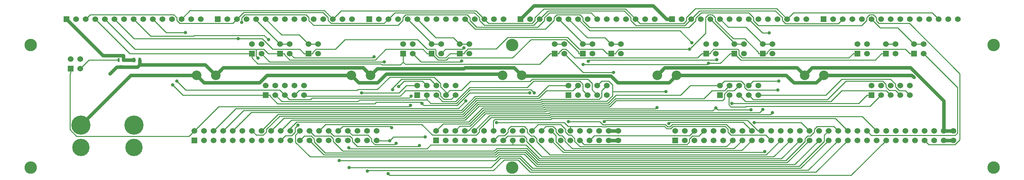
<source format=gtl>
G04 (created by PCBNEW (2013-mar-13)-testing) date Tue 12 Nov 2013 05:44:31 PM PST*
%MOIN*%
G04 Gerber Fmt 3.4, Leading zero omitted, Abs format*
%FSLAX34Y34*%
G01*
G70*
G90*
G04 APERTURE LIST*
%ADD10C,0.005906*%
%ADD11C,0.100000*%
%ADD12R,0.060000X0.060000*%
%ADD13C,0.060000*%
%ADD14C,0.200000*%
%ADD15C,0.181100*%
%ADD16C,0.130000*%
%ADD17R,0.025000X0.045000*%
%ADD18R,0.023600X0.039400*%
%ADD19C,0.035000*%
%ADD20C,0.035000*%
%ADD21C,0.010000*%
G04 APERTURE END LIST*
G54D10*
G54D11*
X34039Y-28740D03*
X36039Y-28740D03*
X50181Y-28740D03*
X52181Y-28740D03*
X65929Y-28740D03*
X67929Y-28740D03*
X82070Y-28740D03*
X84070Y-28740D03*
X97425Y-28740D03*
X99425Y-28740D03*
G54D12*
X39795Y-26484D03*
G54D13*
X39795Y-25484D03*
X40795Y-26484D03*
X40795Y-25484D03*
G54D12*
X55582Y-26484D03*
G54D13*
X55582Y-25484D03*
X56582Y-26484D03*
X56582Y-25484D03*
G54D12*
X71370Y-26484D03*
G54D13*
X71370Y-25484D03*
X72370Y-26484D03*
X72370Y-25484D03*
G54D12*
X87157Y-26484D03*
G54D13*
X87157Y-25484D03*
X88157Y-26484D03*
X88157Y-25484D03*
G54D12*
X102944Y-26484D03*
G54D13*
X102944Y-25484D03*
X103944Y-26484D03*
X103944Y-25484D03*
G54D12*
X42748Y-26484D03*
G54D13*
X42748Y-25484D03*
X43748Y-26484D03*
X43748Y-25484D03*
G54D12*
X58535Y-26484D03*
G54D13*
X58535Y-25484D03*
X59535Y-26484D03*
X59535Y-25484D03*
G54D12*
X74322Y-26484D03*
G54D13*
X74322Y-25484D03*
X75322Y-26484D03*
X75322Y-25484D03*
G54D12*
X90110Y-26484D03*
G54D13*
X90110Y-25484D03*
X91110Y-26484D03*
X91110Y-25484D03*
G54D12*
X105897Y-26484D03*
G54D13*
X105897Y-25484D03*
X106897Y-26484D03*
X106897Y-25484D03*
G54D12*
X45700Y-26484D03*
G54D13*
X45700Y-25484D03*
X46700Y-26484D03*
X46700Y-25484D03*
G54D12*
X61488Y-26484D03*
G54D13*
X61488Y-25484D03*
X62488Y-26484D03*
X62488Y-25484D03*
G54D12*
X77275Y-26484D03*
G54D13*
X77275Y-25484D03*
X78275Y-26484D03*
X78275Y-25484D03*
G54D12*
X93062Y-26484D03*
G54D13*
X93062Y-25484D03*
X94062Y-26484D03*
X94062Y-25484D03*
G54D12*
X108850Y-26484D03*
G54D13*
X108850Y-25484D03*
X109850Y-26484D03*
X109850Y-25484D03*
G54D12*
X33807Y-35539D03*
G54D13*
X33807Y-34539D03*
X38807Y-35539D03*
X34807Y-34539D03*
X39807Y-35539D03*
X35807Y-34539D03*
X40807Y-35539D03*
X36807Y-34539D03*
X41807Y-35539D03*
X37807Y-34539D03*
X42807Y-35539D03*
X38807Y-34539D03*
X43807Y-35539D03*
X39807Y-34539D03*
X44807Y-35539D03*
X40807Y-34539D03*
X45807Y-35539D03*
X41807Y-34539D03*
X46807Y-35539D03*
X42807Y-34539D03*
X47807Y-35539D03*
X43807Y-34539D03*
X48807Y-35539D03*
X44807Y-34539D03*
X45807Y-34539D03*
X49807Y-35539D03*
X46807Y-34539D03*
X48807Y-34539D03*
X49807Y-34539D03*
X50807Y-34539D03*
X51807Y-34539D03*
X50807Y-35539D03*
X51807Y-35539D03*
X34807Y-35539D03*
X35807Y-35539D03*
X36807Y-35539D03*
X37807Y-35539D03*
X52807Y-35539D03*
X52807Y-34539D03*
X47807Y-34539D03*
G54D12*
X83925Y-35539D03*
G54D13*
X83925Y-34539D03*
X88925Y-35539D03*
X84925Y-34539D03*
X89925Y-35539D03*
X85925Y-34539D03*
X90925Y-35539D03*
X86925Y-34539D03*
X91925Y-35539D03*
X87925Y-34539D03*
X92925Y-35539D03*
X88925Y-34539D03*
X93925Y-35539D03*
X89925Y-34539D03*
X94925Y-35539D03*
X90925Y-34539D03*
X95925Y-35539D03*
X91925Y-34539D03*
X96925Y-35539D03*
X92925Y-34539D03*
X97925Y-35539D03*
X93925Y-34539D03*
X98925Y-35539D03*
X94925Y-34539D03*
X95925Y-34539D03*
X99925Y-35539D03*
X96925Y-34539D03*
X98925Y-34539D03*
X99925Y-34539D03*
X100925Y-34539D03*
X101925Y-34539D03*
X100925Y-35539D03*
X101925Y-35539D03*
X84925Y-35539D03*
X85925Y-35539D03*
X86925Y-35539D03*
X87925Y-35539D03*
X102925Y-35539D03*
X102925Y-34539D03*
X97925Y-34539D03*
X103925Y-35539D03*
X103925Y-34539D03*
X104925Y-35539D03*
X104925Y-34539D03*
X105925Y-35539D03*
X105925Y-34539D03*
X106925Y-35539D03*
X106925Y-34539D03*
X107925Y-35539D03*
X107925Y-34539D03*
X108925Y-35539D03*
X108925Y-34539D03*
X109925Y-35539D03*
X109925Y-34539D03*
X110925Y-35539D03*
X110925Y-34539D03*
X111925Y-35539D03*
X111925Y-34539D03*
X112925Y-35539D03*
X112925Y-34539D03*
G54D14*
X21980Y-33937D03*
G54D15*
X21980Y-36299D03*
G54D12*
X20460Y-22874D03*
G54D13*
X21460Y-22874D03*
X22460Y-22874D03*
X23460Y-22874D03*
X24460Y-22874D03*
X25460Y-22874D03*
X26460Y-22874D03*
X27460Y-22874D03*
X28460Y-22874D03*
X29460Y-22874D03*
X30460Y-22874D03*
X31460Y-22874D03*
X32460Y-22874D03*
X33460Y-22874D03*
X34460Y-22874D03*
G54D12*
X36248Y-22874D03*
G54D13*
X37248Y-22874D03*
X38248Y-22874D03*
X39248Y-22874D03*
X40248Y-22874D03*
X41248Y-22874D03*
X42248Y-22874D03*
X43248Y-22874D03*
X44248Y-22874D03*
X45248Y-22874D03*
X46248Y-22874D03*
X47248Y-22874D03*
X48248Y-22874D03*
X49248Y-22874D03*
X50248Y-22874D03*
G54D12*
X52035Y-22874D03*
G54D13*
X53035Y-22874D03*
X54035Y-22874D03*
X55035Y-22874D03*
X56035Y-22874D03*
X57035Y-22874D03*
X58035Y-22874D03*
X59035Y-22874D03*
X60035Y-22874D03*
X61035Y-22874D03*
X62035Y-22874D03*
X63035Y-22874D03*
X64035Y-22874D03*
X65035Y-22874D03*
X66035Y-22874D03*
G54D12*
X67822Y-22874D03*
G54D13*
X68822Y-22874D03*
X69822Y-22874D03*
X70822Y-22874D03*
X71822Y-22874D03*
X72822Y-22874D03*
X73822Y-22874D03*
X74822Y-22874D03*
X75822Y-22874D03*
X76822Y-22874D03*
X77822Y-22874D03*
X78822Y-22874D03*
X79822Y-22874D03*
X80822Y-22874D03*
X81822Y-22874D03*
G54D12*
X83610Y-22874D03*
G54D13*
X84610Y-22874D03*
X85610Y-22874D03*
X86610Y-22874D03*
X87610Y-22874D03*
X88610Y-22874D03*
X89610Y-22874D03*
X90610Y-22874D03*
X91610Y-22874D03*
X92610Y-22874D03*
X93610Y-22874D03*
X94610Y-22874D03*
X95610Y-22874D03*
X96610Y-22874D03*
X97610Y-22874D03*
G54D12*
X99397Y-22874D03*
G54D13*
X100397Y-22874D03*
X101397Y-22874D03*
X102397Y-22874D03*
X103397Y-22874D03*
X104397Y-22874D03*
X105397Y-22874D03*
X106397Y-22874D03*
X107397Y-22874D03*
X108397Y-22874D03*
X109397Y-22874D03*
X110397Y-22874D03*
X111397Y-22874D03*
X112397Y-22874D03*
X113397Y-22874D03*
G54D16*
X117125Y-25590D03*
X16732Y-38385D03*
X117125Y-38385D03*
X66929Y-25590D03*
X66929Y-38385D03*
X16732Y-25590D03*
G54D17*
X27520Y-27140D03*
X28120Y-27140D03*
G54D12*
X20900Y-28059D03*
G54D13*
X20900Y-27059D03*
X21900Y-28059D03*
X21900Y-27059D03*
G54D14*
X27500Y-33937D03*
G54D15*
X27500Y-36299D03*
G54D18*
X25904Y-27146D03*
X26416Y-27146D03*
X26160Y-27894D03*
G54D12*
X41248Y-30814D03*
G54D13*
X41248Y-29814D03*
X42248Y-30814D03*
X42248Y-29814D03*
X43248Y-30814D03*
X43248Y-29814D03*
X44248Y-30814D03*
X44248Y-29814D03*
X45248Y-30814D03*
X45248Y-29814D03*
G54D12*
X57035Y-30814D03*
G54D13*
X57035Y-29814D03*
X58035Y-30814D03*
X58035Y-29814D03*
X59035Y-30814D03*
X59035Y-29814D03*
X60035Y-30814D03*
X60035Y-29814D03*
X61035Y-30814D03*
X61035Y-29814D03*
G54D12*
X72822Y-30814D03*
G54D13*
X72822Y-29814D03*
X73822Y-30814D03*
X73822Y-29814D03*
X74822Y-30814D03*
X74822Y-29814D03*
X75822Y-30814D03*
X75822Y-29814D03*
X76822Y-30814D03*
X76822Y-29814D03*
G54D12*
X88610Y-30814D03*
G54D13*
X88610Y-29814D03*
X89610Y-30814D03*
X89610Y-29814D03*
X90610Y-30814D03*
X90610Y-29814D03*
X91610Y-30814D03*
X91610Y-29814D03*
X92610Y-30814D03*
X92610Y-29814D03*
G54D12*
X104397Y-30814D03*
G54D13*
X104397Y-29814D03*
X105397Y-30814D03*
X105397Y-29814D03*
X106397Y-30814D03*
X106397Y-29814D03*
X107397Y-30814D03*
X107397Y-29814D03*
X108397Y-30814D03*
X108397Y-29814D03*
G54D12*
X59003Y-35539D03*
G54D13*
X59003Y-34539D03*
X64003Y-35539D03*
X60003Y-34539D03*
X65003Y-35539D03*
X61003Y-34539D03*
X66003Y-35539D03*
X62003Y-34539D03*
X67003Y-35539D03*
X63003Y-34539D03*
X68003Y-35539D03*
X64003Y-34539D03*
X69003Y-35539D03*
X65003Y-34539D03*
X70003Y-35539D03*
X66003Y-34539D03*
X71003Y-35539D03*
X67003Y-34539D03*
X72003Y-35539D03*
X68003Y-34539D03*
X73003Y-35539D03*
X69003Y-34539D03*
X74003Y-35539D03*
X70003Y-34539D03*
X71003Y-34539D03*
X75003Y-35539D03*
X72003Y-34539D03*
X74003Y-34539D03*
X75003Y-34539D03*
X76003Y-34539D03*
X77003Y-34539D03*
X76003Y-35539D03*
X77003Y-35539D03*
X60003Y-35539D03*
X61003Y-35539D03*
X62003Y-35539D03*
X63003Y-35539D03*
X78003Y-35539D03*
X78003Y-34539D03*
X73003Y-34539D03*
G54D19*
X53597Y-27338D03*
X61688Y-27259D03*
X77515Y-28459D03*
X88172Y-32135D03*
X91841Y-32336D03*
X57549Y-31699D03*
X31555Y-29747D03*
X68779Y-30568D03*
X89854Y-31678D03*
X51236Y-30579D03*
X54020Y-39024D03*
X85673Y-25339D03*
X94636Y-30283D03*
X41526Y-25021D03*
X69242Y-30568D03*
X55102Y-29923D03*
X72807Y-33595D03*
X92182Y-33689D03*
X57276Y-36068D03*
X56422Y-30908D03*
X31959Y-29349D03*
X48921Y-37655D03*
X54470Y-30240D03*
X38727Y-23233D03*
X74869Y-27269D03*
X88283Y-27113D03*
X93751Y-24320D03*
X54382Y-34201D03*
X44605Y-33938D03*
X32877Y-24293D03*
X49953Y-38368D03*
X57884Y-35187D03*
X54161Y-35597D03*
X82966Y-30439D03*
X83272Y-33792D03*
X94745Y-29359D03*
X54836Y-35838D03*
X65304Y-33680D03*
X51845Y-38760D03*
X62115Y-31421D03*
X76539Y-33592D03*
X85439Y-26034D03*
X38379Y-24909D03*
X49921Y-36327D03*
X93273Y-36728D03*
X94062Y-32666D03*
X40433Y-26939D03*
X87411Y-27491D03*
X74338Y-27604D03*
X52523Y-26810D03*
X61903Y-25899D03*
X93075Y-32318D03*
X56348Y-31883D03*
X82029Y-32127D03*
X25021Y-28582D03*
X108830Y-28967D03*
G54D20*
X27520Y-27140D02*
X27119Y-27140D01*
X78003Y-34539D02*
X77003Y-34539D01*
X27113Y-27145D02*
X27119Y-27140D01*
X26415Y-27145D02*
X27113Y-27145D01*
X24260Y-26673D02*
X20460Y-22874D01*
X26415Y-26673D02*
X24260Y-26673D01*
X26415Y-27145D02*
X26415Y-26673D01*
X34814Y-29515D02*
X34039Y-28740D01*
X40603Y-29515D02*
X34814Y-29515D01*
X41378Y-28740D02*
X40603Y-29515D01*
X50181Y-28740D02*
X41378Y-28740D01*
X83610Y-22874D02*
X83035Y-22874D01*
X69201Y-21495D02*
X67822Y-22874D01*
X81656Y-21495D02*
X69201Y-21495D01*
X83035Y-22874D02*
X81656Y-21495D01*
X111925Y-34539D02*
X112925Y-34539D01*
X50956Y-29515D02*
X50181Y-28740D01*
X52913Y-29515D02*
X50956Y-29515D01*
X53807Y-28621D02*
X52913Y-29515D01*
X65810Y-28621D02*
X53807Y-28621D01*
X65929Y-28740D02*
X65810Y-28621D01*
X96650Y-27965D02*
X97425Y-28740D01*
X82846Y-27965D02*
X96650Y-27965D01*
X82070Y-28740D02*
X82846Y-27965D01*
X111925Y-31423D02*
X111925Y-34539D01*
X108464Y-27962D02*
X111925Y-31423D01*
X98203Y-27962D02*
X108464Y-27962D01*
X97425Y-28740D02*
X98203Y-27962D01*
X27176Y-28740D02*
X21980Y-33937D01*
X34039Y-28740D02*
X27176Y-28740D01*
G54D21*
X27070Y-26484D02*
X39345Y-26484D01*
X23460Y-22874D02*
X27070Y-26484D01*
X39795Y-26484D02*
X39345Y-26484D01*
X39795Y-26484D02*
X39795Y-26934D01*
X55582Y-26484D02*
X55582Y-26934D01*
X102944Y-26484D02*
X102494Y-26484D01*
X102044Y-26934D02*
X102494Y-26484D01*
X90913Y-26934D02*
X102044Y-26934D01*
X90560Y-26581D02*
X90913Y-26934D01*
X90560Y-26111D02*
X90560Y-26581D01*
X90483Y-26034D02*
X90560Y-26111D01*
X87945Y-26034D02*
X90483Y-26034D01*
X87607Y-26371D02*
X87945Y-26034D01*
X87607Y-26484D02*
X87607Y-26371D01*
X87157Y-26484D02*
X87607Y-26484D01*
X87157Y-26484D02*
X86707Y-26484D01*
X86257Y-26934D02*
X86707Y-26484D01*
X73467Y-26934D02*
X86257Y-26934D01*
X72545Y-26012D02*
X73467Y-26934D01*
X72179Y-26012D02*
X72545Y-26012D01*
X71820Y-26371D02*
X72179Y-26012D01*
X71820Y-26484D02*
X71820Y-26371D01*
X71370Y-26484D02*
X71820Y-26484D01*
X71370Y-26484D02*
X70919Y-26484D01*
X55582Y-26934D02*
X55582Y-27372D01*
X40408Y-27547D02*
X39795Y-26934D01*
X53238Y-27547D02*
X40408Y-27547D01*
X53357Y-27666D02*
X53238Y-27547D01*
X55288Y-27666D02*
X53357Y-27666D01*
X55582Y-27372D02*
X55288Y-27666D01*
X69819Y-27584D02*
X70919Y-26484D01*
X55794Y-27584D02*
X69819Y-27584D01*
X55582Y-27372D02*
X55794Y-27584D01*
X65503Y-35039D02*
X65003Y-35539D01*
X66144Y-35039D02*
X65503Y-35039D01*
X66503Y-34680D02*
X66144Y-35039D01*
X66503Y-34389D02*
X66503Y-34680D01*
X66805Y-34088D02*
X66503Y-34389D01*
X68196Y-34088D02*
X66805Y-34088D01*
X68503Y-34395D02*
X68196Y-34088D01*
X68503Y-34701D02*
X68503Y-34395D01*
X68892Y-35089D02*
X68503Y-34701D01*
X69209Y-35089D02*
X68892Y-35089D01*
X69503Y-35383D02*
X69209Y-35089D01*
X69503Y-35678D02*
X69503Y-35383D01*
X70880Y-37054D02*
X69503Y-35678D01*
X93409Y-37054D02*
X70880Y-37054D01*
X94925Y-35539D02*
X93409Y-37054D01*
X41650Y-27338D02*
X53597Y-27338D01*
X40795Y-26484D02*
X41650Y-27338D01*
X57446Y-27347D02*
X56582Y-26484D01*
X61600Y-27347D02*
X57446Y-27347D01*
X61688Y-27259D02*
X61600Y-27347D01*
X85425Y-35039D02*
X85925Y-34539D01*
X75503Y-35039D02*
X85425Y-35039D01*
X75003Y-35539D02*
X75503Y-35039D01*
X74344Y-28459D02*
X72370Y-26484D01*
X77515Y-28459D02*
X74344Y-28459D01*
X71370Y-25484D02*
X72370Y-25484D01*
X61481Y-34061D02*
X61003Y-34539D01*
X62550Y-34061D02*
X61481Y-34061D01*
X64057Y-32555D02*
X62550Y-34061D01*
X70375Y-32555D02*
X64057Y-32555D01*
X70463Y-32466D02*
X70375Y-32555D01*
X87840Y-32466D02*
X70463Y-32466D01*
X88172Y-32135D02*
X87840Y-32466D01*
X88373Y-32336D02*
X91841Y-32336D01*
X88172Y-32135D02*
X88373Y-32336D01*
X64977Y-34513D02*
X65003Y-34539D01*
X64977Y-33532D02*
X64977Y-34513D01*
X65155Y-33355D02*
X64977Y-33532D01*
X70989Y-33355D02*
X65155Y-33355D01*
X71078Y-33267D02*
X70989Y-33355D01*
X100653Y-33267D02*
X71078Y-33267D01*
X101925Y-34539D02*
X100653Y-33267D01*
X32622Y-30814D02*
X41248Y-30814D01*
X31555Y-29747D02*
X32622Y-30814D01*
X41248Y-30814D02*
X41698Y-30814D01*
X57397Y-31547D02*
X57549Y-31699D01*
X52778Y-31547D02*
X57397Y-31547D01*
X52620Y-31705D02*
X52778Y-31547D01*
X42476Y-31705D02*
X52620Y-31705D01*
X41698Y-30927D02*
X42476Y-31705D01*
X41698Y-30814D02*
X41698Y-30927D01*
X62508Y-30568D02*
X68779Y-30568D01*
X61208Y-31868D02*
X62508Y-30568D01*
X57718Y-31868D02*
X61208Y-31868D01*
X57549Y-31699D02*
X57718Y-31868D01*
X89272Y-36192D02*
X89925Y-35539D01*
X74009Y-36192D02*
X89272Y-36192D01*
X73454Y-35637D02*
X74009Y-36192D01*
X73454Y-35352D02*
X73454Y-35637D01*
X73090Y-34989D02*
X73454Y-35352D01*
X72817Y-34989D02*
X73090Y-34989D01*
X72503Y-34675D02*
X72817Y-34989D01*
X72503Y-34394D02*
X72503Y-34675D01*
X71997Y-33887D02*
X72503Y-34394D01*
X69655Y-33887D02*
X71997Y-33887D01*
X69003Y-34539D02*
X69655Y-33887D01*
X104397Y-30814D02*
X103947Y-30814D01*
X103083Y-31678D02*
X89854Y-31678D01*
X103947Y-30814D02*
X103083Y-31678D01*
X95609Y-37855D02*
X97925Y-35539D01*
X69653Y-37855D02*
X95609Y-37855D01*
X68382Y-36584D02*
X69653Y-37855D01*
X65406Y-36584D02*
X68382Y-36584D01*
X65137Y-36853D02*
X65406Y-36584D01*
X47448Y-36853D02*
X65137Y-36853D01*
X46307Y-35712D02*
X47448Y-36853D01*
X46307Y-35402D02*
X46307Y-35712D01*
X45993Y-35089D02*
X46307Y-35402D01*
X45257Y-35089D02*
X45993Y-35089D01*
X44807Y-35539D02*
X45257Y-35089D01*
X102278Y-39186D02*
X105925Y-35539D01*
X54182Y-39186D02*
X102278Y-39186D01*
X54020Y-39024D02*
X54182Y-39186D01*
X55148Y-30579D02*
X51236Y-30579D01*
X55913Y-29814D02*
X55148Y-30579D01*
X57035Y-29814D02*
X55913Y-29814D01*
X84429Y-24095D02*
X85673Y-25339D01*
X75044Y-24095D02*
X84429Y-24095D01*
X73822Y-22874D02*
X75044Y-24095D01*
X38934Y-32412D02*
X36807Y-34539D01*
X61625Y-32412D02*
X38934Y-32412D01*
X63084Y-30954D02*
X61625Y-32412D01*
X69612Y-30954D02*
X63084Y-30954D01*
X70751Y-29814D02*
X69612Y-30954D01*
X72822Y-29814D02*
X70751Y-29814D01*
X91434Y-30283D02*
X94636Y-30283D01*
X91160Y-30009D02*
X91434Y-30283D01*
X91160Y-29703D02*
X91160Y-30009D01*
X90808Y-29351D02*
X91160Y-29703D01*
X89074Y-29351D02*
X90808Y-29351D01*
X88610Y-29814D02*
X89074Y-29351D01*
X43133Y-33212D02*
X41807Y-34539D01*
X61957Y-33212D02*
X43133Y-33212D01*
X63415Y-31754D02*
X61957Y-33212D01*
X70044Y-31754D02*
X63415Y-31754D01*
X70132Y-31666D02*
X70044Y-31754D01*
X76932Y-31666D02*
X70132Y-31666D01*
X77781Y-30816D02*
X76932Y-31666D01*
X84493Y-30816D02*
X77781Y-30816D01*
X85495Y-29814D02*
X84493Y-30816D01*
X88610Y-29814D02*
X85495Y-29814D01*
X47476Y-33869D02*
X46807Y-34539D01*
X57507Y-33869D02*
X47476Y-33869D01*
X58637Y-35000D02*
X57507Y-33869D01*
X63204Y-35000D02*
X58637Y-35000D01*
X63503Y-34700D02*
X63204Y-35000D01*
X63503Y-34383D02*
X63503Y-34700D01*
X64732Y-33155D02*
X63503Y-34383D01*
X70907Y-33155D02*
X64732Y-33155D01*
X70995Y-33067D02*
X70907Y-33155D01*
X103453Y-33067D02*
X70995Y-33067D01*
X104925Y-34539D02*
X103453Y-33067D01*
X58035Y-30814D02*
X58035Y-31266D01*
X41077Y-24572D02*
X41526Y-25021D01*
X33813Y-24572D02*
X41077Y-24572D01*
X33738Y-24647D02*
X33813Y-24572D01*
X29233Y-24647D02*
X33738Y-24647D01*
X27460Y-22874D02*
X29233Y-24647D01*
X57996Y-31305D02*
X58035Y-31266D01*
X51046Y-31305D02*
X57996Y-31305D01*
X50856Y-31495D02*
X51046Y-31305D01*
X42928Y-31495D02*
X50856Y-31495D01*
X42248Y-30814D02*
X42928Y-31495D01*
X68917Y-30243D02*
X69242Y-30568D01*
X62550Y-30243D02*
X68917Y-30243D01*
X61126Y-31668D02*
X62550Y-30243D01*
X58437Y-31668D02*
X61126Y-31668D01*
X58035Y-31266D02*
X58437Y-31668D01*
X70455Y-34087D02*
X70003Y-34539D01*
X71196Y-34087D02*
X70455Y-34087D01*
X71503Y-34394D02*
X71196Y-34087D01*
X71503Y-34680D02*
X71503Y-34394D01*
X71863Y-35039D02*
X71503Y-34680D01*
X72140Y-35039D02*
X71863Y-35039D01*
X72454Y-35352D02*
X72140Y-35039D01*
X72454Y-35638D02*
X72454Y-35352D01*
X73209Y-36393D02*
X72454Y-35638D01*
X90071Y-36393D02*
X73209Y-36393D01*
X90925Y-35539D02*
X90071Y-36393D01*
X104243Y-31969D02*
X105397Y-30814D01*
X91332Y-31969D02*
X104243Y-31969D01*
X91266Y-32035D02*
X91332Y-31969D01*
X89740Y-32035D02*
X91266Y-32035D01*
X89526Y-31821D02*
X89740Y-32035D01*
X89526Y-30898D02*
X89526Y-31821D01*
X89610Y-30814D02*
X89526Y-30898D01*
X96409Y-38055D02*
X98925Y-35539D01*
X69570Y-38055D02*
X96409Y-38055D01*
X68299Y-36784D02*
X69570Y-38055D01*
X65488Y-36784D02*
X68299Y-36784D01*
X65220Y-37053D02*
X65488Y-36784D01*
X47320Y-37053D02*
X65220Y-37053D01*
X45807Y-35539D02*
X47320Y-37053D01*
X57567Y-29347D02*
X58035Y-29814D01*
X55678Y-29347D02*
X57567Y-29347D01*
X55102Y-29923D02*
X55678Y-29347D01*
X89273Y-33887D02*
X89925Y-34539D01*
X83637Y-33887D02*
X89273Y-33887D01*
X83407Y-34117D02*
X83637Y-33887D01*
X83137Y-34117D02*
X83407Y-34117D01*
X82907Y-33887D02*
X83137Y-34117D01*
X76703Y-33887D02*
X82907Y-33887D01*
X76673Y-33917D02*
X76703Y-33887D01*
X76404Y-33917D02*
X76673Y-33917D01*
X76082Y-33595D02*
X76404Y-33917D01*
X72807Y-33595D02*
X76082Y-33595D01*
X39734Y-32612D02*
X37807Y-34539D01*
X61708Y-32612D02*
X39734Y-32612D01*
X63166Y-31154D02*
X61708Y-32612D01*
X69712Y-31154D02*
X63166Y-31154D01*
X70501Y-30364D02*
X69712Y-31154D01*
X73272Y-30364D02*
X70501Y-30364D01*
X73822Y-29814D02*
X73272Y-30364D01*
X97075Y-33689D02*
X92182Y-33689D01*
X97925Y-34539D02*
X97075Y-33689D01*
X43933Y-33412D02*
X42807Y-34539D01*
X62040Y-33412D02*
X43933Y-33412D01*
X63498Y-31954D02*
X62040Y-33412D01*
X70126Y-31954D02*
X63498Y-31954D01*
X70215Y-31866D02*
X70126Y-31954D01*
X77021Y-31866D02*
X70215Y-31866D01*
X77701Y-31186D02*
X77021Y-31866D01*
X86938Y-31186D02*
X77701Y-31186D01*
X87759Y-30364D02*
X86938Y-31186D01*
X89060Y-30364D02*
X87759Y-30364D01*
X89610Y-29814D02*
X89060Y-30364D01*
X57145Y-36199D02*
X57276Y-36068D01*
X50818Y-36199D02*
X57145Y-36199D01*
X50257Y-35638D02*
X50818Y-36199D01*
X50257Y-35352D02*
X50257Y-35638D01*
X49993Y-35089D02*
X50257Y-35352D01*
X48356Y-35089D02*
X49993Y-35089D01*
X47807Y-34539D02*
X48356Y-35089D01*
X90871Y-36593D02*
X91925Y-35539D01*
X72417Y-36593D02*
X90871Y-36593D01*
X71503Y-35680D02*
X72417Y-36593D01*
X71503Y-35039D02*
X71503Y-35680D01*
X71003Y-34539D02*
X71503Y-35039D01*
X74318Y-30310D02*
X74822Y-30814D01*
X74318Y-29669D02*
X74318Y-30310D01*
X74011Y-29362D02*
X74318Y-29669D01*
X69174Y-29362D02*
X74011Y-29362D01*
X68519Y-30018D02*
X69174Y-29362D01*
X62493Y-30018D02*
X68519Y-30018D01*
X61043Y-31468D02*
X62493Y-30018D01*
X59688Y-31468D02*
X61043Y-31468D01*
X59035Y-30814D02*
X59688Y-31468D01*
X43718Y-31285D02*
X43248Y-30814D01*
X45900Y-31285D02*
X43718Y-31285D01*
X46081Y-31105D02*
X45900Y-31285D01*
X56225Y-31105D02*
X46081Y-31105D01*
X56422Y-30908D02*
X56225Y-31105D01*
X32897Y-30287D02*
X31959Y-29349D01*
X42720Y-30287D02*
X32897Y-30287D01*
X43248Y-30814D02*
X42720Y-30287D01*
X91273Y-31478D02*
X90610Y-30814D01*
X100174Y-31478D02*
X91273Y-31478D01*
X101292Y-30359D02*
X100174Y-31478D01*
X105942Y-30359D02*
X101292Y-30359D01*
X106397Y-30814D02*
X105942Y-30359D01*
X97008Y-38455D02*
X99925Y-35539D01*
X69066Y-38455D02*
X97008Y-38455D01*
X67795Y-37184D02*
X69066Y-38455D01*
X65654Y-37184D02*
X67795Y-37184D01*
X65184Y-37655D02*
X65654Y-37184D01*
X48921Y-37655D02*
X65184Y-37655D01*
X54470Y-30092D02*
X54470Y-30240D01*
X55415Y-29147D02*
X54470Y-30092D01*
X58367Y-29147D02*
X55415Y-29147D01*
X59035Y-29814D02*
X58367Y-29147D01*
X75170Y-22221D02*
X75822Y-22874D01*
X70834Y-22221D02*
X75170Y-22221D01*
X70322Y-22733D02*
X70834Y-22221D01*
X70322Y-23022D02*
X70322Y-22733D01*
X69618Y-23725D02*
X70322Y-23022D01*
X63246Y-23725D02*
X69618Y-23725D01*
X62535Y-23014D02*
X63246Y-23725D01*
X62535Y-22719D02*
X62535Y-23014D01*
X62227Y-22410D02*
X62535Y-22719D01*
X55845Y-22410D02*
X62227Y-22410D01*
X55535Y-22721D02*
X55845Y-22410D01*
X55535Y-23022D02*
X55535Y-22721D01*
X55023Y-23534D02*
X55535Y-23022D01*
X46247Y-23534D02*
X55023Y-23534D01*
X45748Y-23035D02*
X46247Y-23534D01*
X45748Y-22729D02*
X45748Y-23035D01*
X45429Y-22411D02*
X45748Y-22729D01*
X39070Y-22411D02*
X45429Y-22411D01*
X38727Y-22754D02*
X39070Y-22411D01*
X38727Y-23233D02*
X38727Y-22754D01*
X74971Y-27166D02*
X74869Y-27269D01*
X88230Y-27166D02*
X74971Y-27166D01*
X88283Y-27113D02*
X88230Y-27166D01*
X93056Y-24320D02*
X93751Y-24320D01*
X91610Y-22874D02*
X93056Y-24320D01*
X43807Y-34276D02*
X43807Y-34539D01*
X44470Y-33612D02*
X43807Y-34276D01*
X62406Y-33612D02*
X44470Y-33612D01*
X63864Y-32154D02*
X62406Y-33612D01*
X70209Y-32154D02*
X63864Y-32154D01*
X70297Y-32066D02*
X70209Y-32154D01*
X77104Y-32066D02*
X70297Y-32066D01*
X77784Y-31386D02*
X77104Y-32066D01*
X88870Y-31386D02*
X77784Y-31386D01*
X89060Y-31196D02*
X88870Y-31386D01*
X89060Y-30713D02*
X89060Y-31196D01*
X89409Y-30364D02*
X89060Y-30713D01*
X90060Y-30364D02*
X89409Y-30364D01*
X90610Y-29814D02*
X90060Y-30364D01*
X54269Y-34088D02*
X54382Y-34201D01*
X49258Y-34088D02*
X54269Y-34088D01*
X48807Y-34539D02*
X49258Y-34088D01*
X60035Y-30733D02*
X60035Y-30814D01*
X60157Y-30610D02*
X60035Y-30733D01*
X43307Y-35039D02*
X42807Y-35539D01*
X43948Y-35039D02*
X43307Y-35039D01*
X44307Y-34680D02*
X43948Y-35039D01*
X44307Y-34235D02*
X44307Y-34680D01*
X44605Y-33938D02*
X44307Y-34235D01*
X44748Y-30314D02*
X44248Y-30814D01*
X50770Y-30314D02*
X44748Y-30314D01*
X50861Y-30223D02*
X50770Y-30314D01*
X52881Y-30223D02*
X50861Y-30223D01*
X54158Y-28947D02*
X52881Y-30223D01*
X58809Y-28947D02*
X54158Y-28947D01*
X59487Y-29624D02*
X58809Y-28947D01*
X59487Y-29939D02*
X59487Y-29624D01*
X60157Y-30610D02*
X59487Y-29939D01*
X60453Y-30314D02*
X60157Y-30610D01*
X61642Y-30314D02*
X60453Y-30314D01*
X62567Y-29390D02*
X61642Y-30314D01*
X68806Y-29390D02*
X62567Y-29390D01*
X69034Y-29162D02*
X68806Y-29390D01*
X74838Y-29162D02*
X69034Y-29162D01*
X75272Y-29597D02*
X74838Y-29162D01*
X75272Y-30265D02*
X75272Y-29597D01*
X75822Y-30814D02*
X75272Y-30265D01*
X30880Y-24293D02*
X29460Y-22874D01*
X32877Y-24293D02*
X30880Y-24293D01*
X92073Y-31278D02*
X91610Y-30814D01*
X99808Y-31278D02*
X92073Y-31278D01*
X101734Y-29352D02*
X99808Y-31278D01*
X105572Y-29352D02*
X101734Y-29352D01*
X105897Y-29677D02*
X105572Y-29352D01*
X105897Y-29955D02*
X105897Y-29677D01*
X106256Y-30314D02*
X105897Y-29955D01*
X106897Y-30314D02*
X106256Y-30314D01*
X107397Y-30814D02*
X106897Y-30314D01*
X97808Y-38655D02*
X100925Y-35539D01*
X68983Y-38655D02*
X97808Y-38655D01*
X67712Y-37384D02*
X68983Y-38655D01*
X65737Y-37384D02*
X67712Y-37384D01*
X64754Y-38368D02*
X65737Y-37384D01*
X49953Y-38368D02*
X64754Y-38368D01*
X54571Y-35187D02*
X54161Y-35597D01*
X57884Y-35187D02*
X54571Y-35187D01*
X52865Y-35597D02*
X52807Y-35539D01*
X54161Y-35597D02*
X52865Y-35597D01*
X77404Y-30439D02*
X82966Y-30439D01*
X77404Y-29748D02*
X77404Y-30439D01*
X77013Y-29357D02*
X77404Y-29748D01*
X76280Y-29357D02*
X77013Y-29357D01*
X75822Y-29814D02*
X76280Y-29357D01*
X91053Y-33667D02*
X91925Y-34539D01*
X83397Y-33667D02*
X91053Y-33667D01*
X83272Y-33792D02*
X83397Y-33667D01*
X40261Y-34993D02*
X39807Y-34539D01*
X40989Y-34993D02*
X40261Y-34993D01*
X41307Y-34675D02*
X40989Y-34993D01*
X41307Y-34398D02*
X41307Y-34675D01*
X42692Y-33012D02*
X41307Y-34398D01*
X61874Y-33012D02*
X42692Y-33012D01*
X63332Y-31554D02*
X61874Y-33012D01*
X69961Y-31554D02*
X63332Y-31554D01*
X70049Y-31466D02*
X69961Y-31554D01*
X76808Y-31466D02*
X70049Y-31466D01*
X77404Y-30869D02*
X76808Y-31466D01*
X77404Y-30439D02*
X77404Y-30869D01*
X92065Y-29359D02*
X94745Y-29359D01*
X91610Y-29814D02*
X92065Y-29359D01*
X99475Y-34989D02*
X99925Y-34539D01*
X99475Y-35652D02*
X99475Y-34989D01*
X96871Y-38255D02*
X99475Y-35652D01*
X69487Y-38255D02*
X96871Y-38255D01*
X68216Y-36984D02*
X69487Y-38255D01*
X65571Y-36984D02*
X68216Y-36984D01*
X65289Y-37267D02*
X65571Y-36984D01*
X45878Y-37267D02*
X65289Y-37267D01*
X44353Y-35742D02*
X45878Y-37267D01*
X44353Y-34992D02*
X44353Y-35742D01*
X44807Y-34539D02*
X44353Y-34992D01*
X54677Y-35997D02*
X54836Y-35838D01*
X52628Y-35997D02*
X54677Y-35997D01*
X52282Y-35651D02*
X52628Y-35997D01*
X52282Y-35371D02*
X52282Y-35651D01*
X51900Y-34989D02*
X52282Y-35371D01*
X50257Y-34989D02*
X51900Y-34989D01*
X49807Y-34539D02*
X50257Y-34989D01*
X45337Y-30904D02*
X45248Y-30814D01*
X55273Y-30904D02*
X45337Y-30904D01*
X55813Y-30364D02*
X55273Y-30904D01*
X59239Y-30364D02*
X55813Y-30364D01*
X59485Y-30610D02*
X59239Y-30364D01*
X59485Y-30906D02*
X59485Y-30610D01*
X59844Y-31265D02*
X59485Y-30906D01*
X60585Y-31265D02*
X59844Y-31265D01*
X61035Y-30814D02*
X60585Y-31265D01*
X99641Y-30814D02*
X92610Y-30814D01*
X101304Y-29152D02*
X99641Y-30814D01*
X106385Y-29152D02*
X101304Y-29152D01*
X106897Y-29664D02*
X106385Y-29152D01*
X106897Y-29956D02*
X106897Y-29664D01*
X107306Y-30364D02*
X106897Y-29956D01*
X107947Y-30364D02*
X107306Y-30364D01*
X108397Y-30814D02*
X107947Y-30364D01*
X72359Y-33680D02*
X65304Y-33680D01*
X72767Y-34087D02*
X72359Y-33680D01*
X73003Y-34087D02*
X72767Y-34087D01*
X73003Y-34539D02*
X73003Y-34087D01*
X93375Y-34989D02*
X93925Y-35539D01*
X89738Y-34989D02*
X93375Y-34989D01*
X89425Y-34675D02*
X89738Y-34989D01*
X89425Y-34366D02*
X89425Y-34675D01*
X89146Y-34087D02*
X89425Y-34366D01*
X83719Y-34087D02*
X89146Y-34087D01*
X83489Y-34317D02*
X83719Y-34087D01*
X83054Y-34317D02*
X83489Y-34317D01*
X82824Y-34087D02*
X83054Y-34317D01*
X76786Y-34087D02*
X82824Y-34087D01*
X76756Y-34117D02*
X76786Y-34087D01*
X76321Y-34117D02*
X76756Y-34117D01*
X76291Y-34087D02*
X76321Y-34117D01*
X73003Y-34087D02*
X76291Y-34087D01*
X51907Y-38699D02*
X51845Y-38760D01*
X64989Y-38699D02*
X51907Y-38699D01*
X66103Y-37584D02*
X64989Y-38699D01*
X67529Y-37584D02*
X66103Y-37584D01*
X68805Y-38861D02*
X67529Y-37584D01*
X98603Y-38861D02*
X68805Y-38861D01*
X101925Y-35539D02*
X98603Y-38861D01*
X110378Y-35993D02*
X109925Y-35539D01*
X113118Y-35993D02*
X110378Y-35993D01*
X113615Y-35495D02*
X113118Y-35993D01*
X113615Y-28574D02*
X113615Y-35495D01*
X108366Y-23324D02*
X113615Y-28574D01*
X105170Y-23324D02*
X108366Y-23324D01*
X104897Y-23050D02*
X105170Y-23324D01*
X104897Y-22706D02*
X104897Y-23050D01*
X104608Y-22416D02*
X104897Y-22706D01*
X104199Y-22416D02*
X104608Y-22416D01*
X103897Y-22718D02*
X104199Y-22416D01*
X103897Y-23020D02*
X103897Y-22718D01*
X103376Y-23541D02*
X103897Y-23020D01*
X92608Y-23541D02*
X103376Y-23541D01*
X92110Y-23043D02*
X92608Y-23541D01*
X92110Y-22709D02*
X92110Y-23043D01*
X91606Y-22205D02*
X92110Y-22709D01*
X86642Y-22205D02*
X91606Y-22205D01*
X86060Y-22787D02*
X86642Y-22205D01*
X86060Y-23060D02*
X86060Y-22787D01*
X85383Y-23737D02*
X86060Y-23060D01*
X75014Y-23737D02*
X85383Y-23737D01*
X74322Y-23045D02*
X75014Y-23737D01*
X74322Y-22726D02*
X74322Y-23045D01*
X74018Y-22422D02*
X74322Y-22726D01*
X71619Y-22422D02*
X74018Y-22422D01*
X71322Y-22718D02*
X71619Y-22422D01*
X71322Y-23013D02*
X71322Y-22718D01*
X70408Y-23928D02*
X71322Y-23013D01*
X63089Y-23928D02*
X70408Y-23928D01*
X62035Y-22874D02*
X63089Y-23928D01*
X38134Y-32212D02*
X35807Y-34539D01*
X61324Y-32212D02*
X38134Y-32212D01*
X62115Y-31421D02*
X61324Y-32212D01*
X92561Y-34539D02*
X92925Y-34539D01*
X91489Y-33467D02*
X92561Y-34539D01*
X76664Y-33467D02*
X91489Y-33467D01*
X76539Y-33592D02*
X76664Y-33467D01*
X42533Y-32812D02*
X40807Y-34539D01*
X61791Y-32812D02*
X42533Y-32812D01*
X63249Y-31354D02*
X61791Y-32812D01*
X69878Y-31354D02*
X63249Y-31354D01*
X69966Y-31266D02*
X69878Y-31354D01*
X76011Y-31266D02*
X69966Y-31266D01*
X76285Y-30992D02*
X76011Y-31266D01*
X76285Y-30352D02*
X76285Y-30992D01*
X76822Y-29814D02*
X76285Y-30352D01*
X100457Y-34071D02*
X100925Y-34539D01*
X98753Y-34071D02*
X100457Y-34071D01*
X98425Y-34400D02*
X98753Y-34071D01*
X98425Y-34696D02*
X98425Y-34400D01*
X98044Y-35077D02*
X98425Y-34696D01*
X97743Y-35077D02*
X98044Y-35077D01*
X97475Y-35346D02*
X97743Y-35077D01*
X97475Y-35654D02*
X97475Y-35346D01*
X95473Y-37655D02*
X97475Y-35654D01*
X69736Y-37655D02*
X95473Y-37655D01*
X68465Y-36384D02*
X69736Y-37655D01*
X65323Y-36384D02*
X68465Y-36384D01*
X65054Y-36652D02*
X65323Y-36384D01*
X49271Y-36652D02*
X65054Y-36652D01*
X48257Y-35639D02*
X49271Y-36652D01*
X48257Y-35352D02*
X48257Y-35639D01*
X47993Y-35089D02*
X48257Y-35352D01*
X46356Y-35089D02*
X47993Y-35089D01*
X45807Y-34539D02*
X46356Y-35089D01*
X93513Y-26371D02*
X93513Y-26484D01*
X93850Y-26034D02*
X93513Y-26371D01*
X107950Y-26034D02*
X93850Y-26034D01*
X108400Y-26484D02*
X107950Y-26034D01*
X108850Y-26484D02*
X108400Y-26484D01*
X93062Y-26484D02*
X93513Y-26484D01*
X45475Y-26484D02*
X45250Y-26484D01*
X93062Y-26484D02*
X92612Y-26484D01*
X45700Y-26484D02*
X45475Y-26484D01*
X45700Y-26484D02*
X46150Y-26484D01*
X61474Y-26484D02*
X61038Y-26484D01*
X77275Y-26484D02*
X77725Y-26484D01*
X92612Y-26343D02*
X92612Y-26484D01*
X91195Y-24926D02*
X92612Y-26343D01*
X89990Y-24926D02*
X91195Y-24926D01*
X88110Y-23045D02*
X89990Y-24926D01*
X88110Y-22727D02*
X88110Y-23045D01*
X87806Y-22423D02*
X88110Y-22727D01*
X87417Y-22423D02*
X87806Y-22423D01*
X87110Y-22731D02*
X87417Y-22423D01*
X87110Y-24362D02*
X87110Y-22731D01*
X85439Y-26034D02*
X87110Y-24362D01*
X85439Y-26034D02*
X85439Y-26034D01*
X78063Y-26034D02*
X85439Y-26034D01*
X77725Y-26371D02*
X78063Y-26034D01*
X77725Y-26484D02*
X77725Y-26371D01*
X44800Y-26034D02*
X45250Y-26484D01*
X41984Y-26034D02*
X44800Y-26034D01*
X40859Y-24909D02*
X41984Y-26034D01*
X38379Y-24909D02*
X40859Y-24909D01*
X27495Y-24909D02*
X38379Y-24909D01*
X25460Y-22874D02*
X27495Y-24909D01*
X46150Y-26371D02*
X46150Y-26484D01*
X46488Y-26034D02*
X46150Y-26371D01*
X48510Y-26034D02*
X46488Y-26034D01*
X49512Y-25032D02*
X48510Y-26034D01*
X57066Y-25032D02*
X49512Y-25032D01*
X58068Y-26034D02*
X57066Y-25032D01*
X58908Y-26034D02*
X58068Y-26034D01*
X58985Y-26111D02*
X58908Y-26034D01*
X58985Y-26601D02*
X58985Y-26111D01*
X59318Y-26934D02*
X58985Y-26601D01*
X60019Y-26934D02*
X59318Y-26934D01*
X60469Y-26484D02*
X60019Y-26934D01*
X61038Y-26484D02*
X60469Y-26484D01*
X61474Y-26484D02*
X61488Y-26484D01*
X76375Y-26034D02*
X76825Y-26484D01*
X73954Y-26034D02*
X76375Y-26034D01*
X72709Y-24789D02*
X73954Y-26034D01*
X66457Y-24789D02*
X72709Y-24789D01*
X65263Y-25984D02*
X66457Y-24789D01*
X62348Y-25984D02*
X65263Y-25984D01*
X61938Y-26394D02*
X62348Y-25984D01*
X61938Y-26484D02*
X61938Y-26394D01*
X61488Y-26484D02*
X61938Y-26484D01*
X77275Y-26484D02*
X76825Y-26484D01*
X68389Y-36025D02*
X67003Y-36025D01*
X69818Y-37455D02*
X68389Y-36025D01*
X95009Y-37455D02*
X69818Y-37455D01*
X96925Y-35539D02*
X95009Y-37455D01*
X67003Y-36025D02*
X67003Y-35539D01*
X50008Y-36414D02*
X49921Y-36327D01*
X58060Y-36414D02*
X50008Y-36414D01*
X58449Y-36025D02*
X58060Y-36414D01*
X67003Y-36025D02*
X58449Y-36025D01*
X46700Y-25484D02*
X45700Y-25484D01*
X42903Y-24529D02*
X41248Y-22874D01*
X44745Y-24529D02*
X42903Y-24529D01*
X45700Y-25484D02*
X44745Y-24529D01*
X93208Y-36793D02*
X93273Y-36728D01*
X72258Y-36793D02*
X93208Y-36793D01*
X71003Y-35539D02*
X72258Y-36793D01*
X62488Y-25484D02*
X61488Y-25484D01*
X60806Y-24802D02*
X61488Y-25484D01*
X58964Y-24802D02*
X60806Y-24802D01*
X57035Y-22874D02*
X58964Y-24802D01*
X78275Y-25484D02*
X77275Y-25484D01*
X76609Y-24818D02*
X77275Y-25484D01*
X74766Y-24818D02*
X76609Y-24818D01*
X72822Y-22874D02*
X74766Y-24818D01*
X64588Y-32955D02*
X63003Y-34539D01*
X70824Y-32955D02*
X64588Y-32955D01*
X70912Y-32867D02*
X70824Y-32955D01*
X93862Y-32867D02*
X70912Y-32867D01*
X94062Y-32666D02*
X93862Y-32867D01*
X94062Y-25484D02*
X93062Y-25484D01*
X91303Y-23724D02*
X93062Y-25484D01*
X89460Y-23724D02*
X91303Y-23724D01*
X88610Y-22874D02*
X89460Y-23724D01*
X104388Y-35003D02*
X103925Y-34539D01*
X113126Y-35003D02*
X104388Y-35003D01*
X113389Y-34740D02*
X113126Y-35003D01*
X113389Y-30023D02*
X113389Y-34740D01*
X109850Y-26484D02*
X113389Y-30023D01*
X109850Y-25484D02*
X108850Y-25484D01*
X107136Y-23770D02*
X108850Y-25484D01*
X105293Y-23770D02*
X107136Y-23770D01*
X104397Y-22874D02*
X105293Y-23770D01*
X40245Y-26751D02*
X40433Y-26939D01*
X40245Y-26111D02*
X40245Y-26751D01*
X27620Y-26034D02*
X24460Y-22874D01*
X40168Y-26034D02*
X27620Y-26034D01*
X40245Y-26111D02*
X40168Y-26034D01*
X41495Y-26484D02*
X42748Y-26484D01*
X41041Y-26030D02*
X41495Y-26484D01*
X40326Y-26030D02*
X41041Y-26030D01*
X40245Y-26111D02*
X40326Y-26030D01*
X57635Y-26034D02*
X58085Y-26484D01*
X53760Y-26034D02*
X57635Y-26034D01*
X52658Y-27136D02*
X53760Y-26034D01*
X43738Y-27136D02*
X52658Y-27136D01*
X43198Y-26596D02*
X43738Y-27136D01*
X43198Y-26484D02*
X43198Y-26596D01*
X42748Y-26484D02*
X43198Y-26484D01*
X58310Y-26484D02*
X58085Y-26484D01*
X90762Y-27136D02*
X90110Y-26484D01*
X104795Y-27136D02*
X90762Y-27136D01*
X105447Y-26484D02*
X104795Y-27136D01*
X105897Y-26484D02*
X105447Y-26484D01*
X90110Y-26484D02*
X89660Y-26484D01*
X88652Y-27491D02*
X87411Y-27491D01*
X89660Y-26484D02*
X88652Y-27491D01*
X87298Y-27604D02*
X74338Y-27604D01*
X87411Y-27491D02*
X87298Y-27604D01*
X74322Y-26484D02*
X73872Y-26484D01*
X58535Y-26484D02*
X58310Y-26484D01*
X59197Y-27146D02*
X58535Y-26484D01*
X60089Y-27146D02*
X59197Y-27146D01*
X60301Y-26934D02*
X60089Y-27146D01*
X66985Y-26934D02*
X60301Y-26934D01*
X68900Y-25018D02*
X66985Y-26934D01*
X72574Y-25018D02*
X68900Y-25018D01*
X73872Y-26317D02*
X72574Y-25018D01*
X73872Y-26484D02*
X73872Y-26317D01*
X94209Y-37255D02*
X95925Y-35539D01*
X70055Y-37255D02*
X94209Y-37255D01*
X68454Y-35653D02*
X70055Y-37255D01*
X68454Y-35352D02*
X68454Y-35653D01*
X68179Y-35078D02*
X68454Y-35352D01*
X66464Y-35078D02*
X68179Y-35078D01*
X66003Y-35539D02*
X66464Y-35078D01*
X52399Y-26934D02*
X52523Y-26810D01*
X44198Y-26934D02*
X52399Y-26934D01*
X43748Y-26484D02*
X44198Y-26934D01*
X42748Y-25484D02*
X43748Y-25484D01*
X40248Y-22984D02*
X42748Y-25484D01*
X40248Y-22874D02*
X40248Y-22984D01*
X61768Y-26034D02*
X61903Y-25899D01*
X59985Y-26034D02*
X61768Y-26034D01*
X59535Y-26484D02*
X59985Y-26034D01*
X59535Y-25484D02*
X58535Y-25484D01*
X58535Y-25374D02*
X58535Y-25484D01*
X56035Y-22874D02*
X58535Y-25374D01*
X74454Y-35989D02*
X74003Y-35539D01*
X85145Y-35989D02*
X74454Y-35989D01*
X85390Y-35744D02*
X85145Y-35989D01*
X85390Y-35421D02*
X85390Y-35744D01*
X85742Y-35069D02*
X85390Y-35421D01*
X86395Y-35069D02*
X85742Y-35069D01*
X86925Y-34539D02*
X86395Y-35069D01*
X74322Y-25374D02*
X74322Y-25484D01*
X71822Y-22874D02*
X74322Y-25374D01*
X74322Y-25484D02*
X75322Y-25484D01*
X62361Y-34539D02*
X62003Y-34539D01*
X64145Y-32755D02*
X62361Y-34539D01*
X70741Y-32755D02*
X64145Y-32755D01*
X70829Y-32666D02*
X70741Y-32755D01*
X92726Y-32666D02*
X70829Y-32666D01*
X93075Y-32318D02*
X92726Y-32666D01*
X90110Y-25484D02*
X91110Y-25484D01*
X90110Y-25374D02*
X90110Y-25484D01*
X87610Y-22874D02*
X90110Y-25374D01*
X106897Y-25484D02*
X105897Y-25484D01*
X64487Y-23325D02*
X64035Y-22874D01*
X69008Y-23325D02*
X64487Y-23325D01*
X69322Y-23011D02*
X69008Y-23325D01*
X69322Y-22725D02*
X69322Y-23011D01*
X70227Y-21820D02*
X69322Y-22725D01*
X78769Y-21820D02*
X70227Y-21820D01*
X79822Y-22874D02*
X78769Y-21820D01*
X96267Y-22216D02*
X95610Y-22874D01*
X110740Y-22216D02*
X96267Y-22216D01*
X111397Y-22874D02*
X110740Y-22216D01*
X80285Y-23336D02*
X79822Y-22874D01*
X84817Y-23336D02*
X80285Y-23336D01*
X85110Y-23044D02*
X84817Y-23336D01*
X85110Y-22716D02*
X85110Y-23044D01*
X86031Y-21795D02*
X85110Y-22716D01*
X94531Y-21795D02*
X86031Y-21795D01*
X95610Y-22874D02*
X94531Y-21795D01*
X49116Y-22005D02*
X48248Y-22874D01*
X63166Y-22005D02*
X49116Y-22005D01*
X64035Y-22874D02*
X63166Y-22005D01*
X33338Y-21995D02*
X32460Y-22874D01*
X47369Y-21995D02*
X33338Y-21995D01*
X48248Y-22874D02*
X47369Y-21995D01*
X36334Y-32012D02*
X33807Y-34539D01*
X56219Y-32012D02*
X36334Y-32012D01*
X56348Y-31883D02*
X56219Y-32012D01*
X20828Y-28580D02*
X20900Y-28509D01*
X20828Y-34432D02*
X20828Y-28580D01*
X21501Y-35105D02*
X20828Y-34432D01*
X33241Y-35105D02*
X21501Y-35105D01*
X33807Y-34539D02*
X33241Y-35105D01*
X20900Y-28059D02*
X20900Y-28509D01*
X59730Y-33813D02*
X59003Y-34539D01*
X62503Y-33813D02*
X59730Y-33813D01*
X63961Y-32354D02*
X62503Y-33813D01*
X70292Y-32354D02*
X63961Y-32354D01*
X70380Y-32266D02*
X70292Y-32354D01*
X81891Y-32266D02*
X70380Y-32266D01*
X82029Y-32127D02*
X81891Y-32266D01*
X25904Y-27145D02*
X25635Y-27145D01*
X22813Y-27145D02*
X21900Y-28059D01*
X25635Y-27145D02*
X22813Y-27145D01*
X70676Y-22020D02*
X69822Y-22874D01*
X78640Y-22020D02*
X70676Y-22020D01*
X79322Y-22702D02*
X78640Y-22020D01*
X79322Y-23023D02*
X79322Y-22702D01*
X79836Y-23536D02*
X79322Y-23023D01*
X84947Y-23536D02*
X79836Y-23536D01*
X85610Y-22874D02*
X84947Y-23536D01*
X69170Y-23525D02*
X69822Y-22874D01*
X64027Y-23525D02*
X69170Y-23525D01*
X63535Y-23033D02*
X64027Y-23525D01*
X63535Y-22731D02*
X63535Y-23033D01*
X63013Y-22209D02*
X63535Y-22731D01*
X54700Y-22209D02*
X63013Y-22209D01*
X54035Y-22874D02*
X54700Y-22209D01*
X100930Y-23340D02*
X101397Y-22874D01*
X95432Y-23340D02*
X100930Y-23340D01*
X95110Y-23018D02*
X95432Y-23340D01*
X95110Y-22731D02*
X95110Y-23018D01*
X94383Y-22005D02*
X95110Y-22731D01*
X86479Y-22005D02*
X94383Y-22005D01*
X85610Y-22874D02*
X86479Y-22005D01*
X38923Y-22198D02*
X38248Y-22874D01*
X47214Y-22198D02*
X38923Y-22198D01*
X47748Y-22731D02*
X47214Y-22198D01*
X47748Y-23017D02*
X47748Y-22731D01*
X48058Y-23327D02*
X47748Y-23017D01*
X53581Y-23327D02*
X48058Y-23327D01*
X54035Y-22874D02*
X53581Y-23327D01*
X22923Y-22411D02*
X22460Y-22874D01*
X31653Y-22411D02*
X22923Y-22411D01*
X31960Y-22718D02*
X31653Y-22411D01*
X31960Y-23013D02*
X31960Y-22718D01*
X32278Y-23331D02*
X31960Y-23013D01*
X37790Y-23331D02*
X32278Y-23331D01*
X38248Y-22874D02*
X37790Y-23331D01*
G54D20*
X77003Y-35539D02*
X78003Y-35539D01*
X28120Y-27140D02*
X28120Y-27640D01*
X25766Y-27894D02*
X25766Y-27894D01*
X25710Y-27894D02*
X25766Y-27894D01*
X25021Y-28582D02*
X25710Y-27894D01*
X26160Y-27894D02*
X25766Y-27894D01*
X27866Y-27894D02*
X26553Y-27894D01*
X28120Y-27640D02*
X27866Y-27894D01*
X26160Y-27894D02*
X26553Y-27894D01*
X112925Y-35539D02*
X111925Y-35539D01*
X34939Y-27640D02*
X28120Y-27640D01*
X36039Y-28740D02*
X34939Y-27640D01*
X98650Y-29515D02*
X99425Y-28740D01*
X96295Y-29515D02*
X98650Y-29515D01*
X95520Y-28740D02*
X96295Y-29515D01*
X84070Y-28740D02*
X95520Y-28740D01*
X108603Y-28740D02*
X108830Y-28967D01*
X99425Y-28740D02*
X108603Y-28740D01*
X51405Y-27965D02*
X52181Y-28740D01*
X36814Y-27965D02*
X51405Y-27965D01*
X36039Y-28740D02*
X36814Y-27965D01*
X67148Y-27959D02*
X67929Y-28740D01*
X61992Y-27959D02*
X67148Y-27959D01*
X61899Y-28053D02*
X61992Y-27959D01*
X52868Y-28053D02*
X61899Y-28053D01*
X52181Y-28740D02*
X52868Y-28053D01*
X83295Y-29515D02*
X84070Y-28740D01*
X77935Y-29515D02*
X83295Y-29515D01*
X77233Y-28813D02*
X77935Y-29515D01*
X68002Y-28813D02*
X77233Y-28813D01*
X67929Y-28740D02*
X68002Y-28813D01*
M02*

</source>
